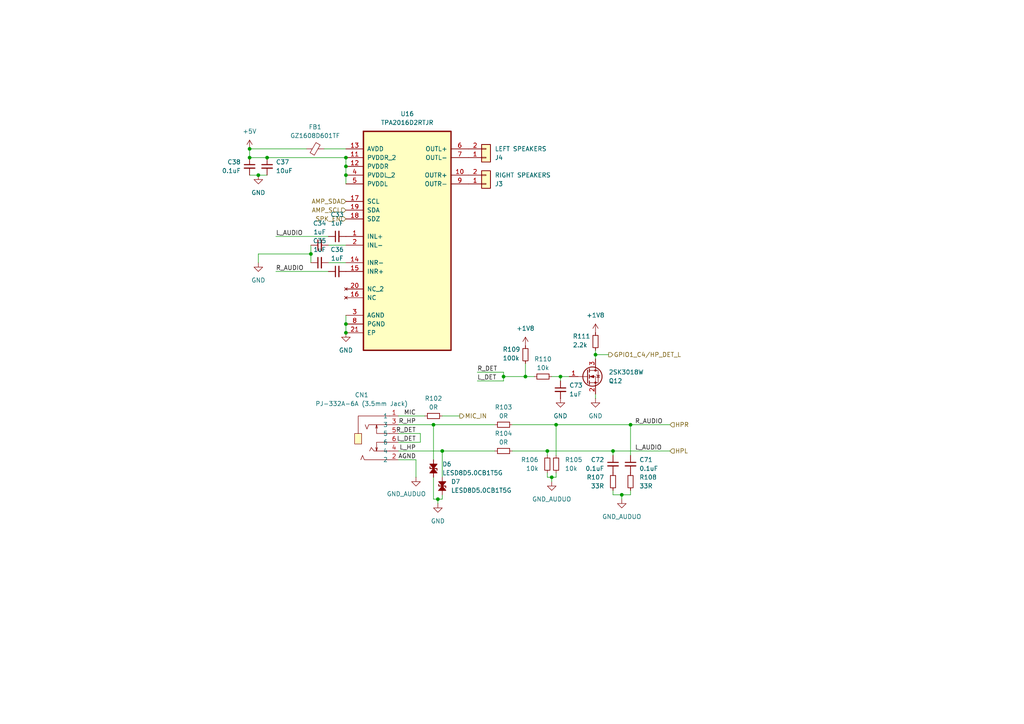
<source format=kicad_sch>
(kicad_sch (version 20240417) (generator "eeschema") (generator_version "8.99")
  (paper "A4")
  (title_block (title "anyon e") (date "2024-09-15") (rev "V0.3") (company "Byran Huang") (comment 4 "Proof of concept board for feature verification"))
  (lib_symbols
    (symbol "Connector_Generic:Conn_01x02" (pin_names (offset 1.016) hide)
      (property "Reference" "J" (at 0 2.54 0))
      (property "Value" "Conn_01x02" (at 0 -5.08 0))
      (symbol "Conn_01x02_1_1"
        (rectangle (start -1.27 1.27) (end 1.27 -3.81) (stroke (width 0.254)) (fill (type background)))
        (rectangle (start -1.27 0.127) (end 0 -0.127) (stroke (width 0.1524)))
        (rectangle (start -1.27 -2.413) (end 0 -2.667) (stroke (width 0.1524)))
        (pin passive line (at -5.08 0 0) (length 3.81) (name "Pin_1") (number "1"))
        (pin passive line (at -5.08 -2.54 0) (length 3.81) (name "Pin_2") (number "2"))
      )
    )
    (symbol "Device:C_Small" (pin_numbers hide) (pin_names (offset 0.254) hide)
      (property "Reference" "C" (at 0.254 1.778 0))
      (property "Value" "C_Small" (at 0.254 -2.032 0))
      (symbol "C_Small_0_1"
        (polyline (pts (xy -1.524 0.508) (xy 1.524 0.508)) (stroke (width 0.3048)))
        (polyline (pts (xy -1.524 -0.508) (xy 1.524 -0.508)) (stroke (width 0.3302)))
      )
      (symbol "C_Small_1_1"
        (pin passive line (at 0 2.54 270) (length 2.032) (name "~") (number "1"))
        (pin passive line (at 0 -2.54 90) (length 2.032) (name "~") (number "2"))
      )
    )
    (symbol "Device:D_TVS_Small_Filled" (pin_numbers hide) (pin_names (offset 1.016) hide)
      (property "Reference" "D" (at 0 2.54 0))
      (property "Value" "D_TVS_Small_Filled" (at 0 -2.54 0))
      (symbol "D_TVS_Small_Filled_0_1"
        (polyline (pts (xy -1.27 0) (xy 1.27 0)))
        (polyline (pts (xy 0.508 1.016) (xy 0 1.016) (xy 0 -1.016) (xy -0.508 -1.016)) (stroke (width 0.254)))
      )
      (symbol "D_TVS_Small_Filled_1_1"
        (polyline (pts (xy -1.27 1.016) (xy -1.27 -1.016) (xy 0 0) (xy -1.27 1.016)) (stroke (width 0.254)) (fill (type outline)))
        (polyline (pts (xy 0 0) (xy 1.27 1.016) (xy 1.27 -1.016) (xy 0 0)) (stroke (width 0.254)) (fill (type outline)))
        (pin passive line (at -2.54 0 0) (length 1.27) (name "A1") (number "1"))
        (pin passive line (at 2.54 0 180) (length 1.27) (name "A2") (number "2"))
      )
    )
    (symbol "Device:FerriteBead_Small" (pin_numbers hide) (pin_names (offset 0))
      (property "Reference" "FB" (at 1.905 1.27 0))
      (property "Value" "FerriteBead_Small" (at 1.905 -1.27 0))
      (symbol "FerriteBead_Small_0_1"
        (polyline (pts (xy -1.8288 0.2794) (xy -1.1176 1.4986) (xy 1.8288 -0.2032) (xy 1.1176 -1.4224) (xy -1.8288 0.2794)))
        (polyline (pts (xy 0 0.889) (xy 0 1.2954)))
        (polyline (pts (xy 0 -1.27) (xy 0 -0.7874)))
      )
      (symbol "FerriteBead_Small_1_1"
        (pin passive line (at 0 2.54 270) (length 1.27) (name "~") (number "1"))
        (pin passive line (at 0 -2.54 90) (length 1.27) (name "~") (number "2"))
      )
    )
    (symbol "Device:R_Small" (pin_numbers hide) (pin_names (offset 0.254) hide)
      (property "Reference" "R" (at 0.762 0.508 0))
      (property "Value" "R_Small" (at 0.762 -1.016 0))
      (symbol "R_Small_0_1"
        (rectangle (start -0.762 1.778) (end 0.762 -1.778) (stroke (width 0.2032)))
      )
      (symbol "R_Small_1_1"
        (pin passive line (at 0 2.54 270) (length 0.762) (name "~") (number "1"))
        (pin passive line (at 0 -2.54 90) (length 0.762) (name "~") (number "2"))
      )
    )
    (symbol "Headphone_Jack:PJ-332A-6A"
      (property "Reference" "CN" (at 0 12.7 0))
      (property "Value" "PJ-332A-6A" (at 0 -10.16 0))
      (symbol "PJ-332A-6A_0_1"
        (rectangle (start -10.16 2.54) (end -8.13 -0.51) (fill (type background)))
        (polyline (pts (xy -3.81 5.08) (xy -3.56 4.06)))
        (polyline (pts (xy -3.81 -2.54) (xy -4.06 -1.52)))
        (polyline (pts (xy 0 7.62) (xy -9.14 7.62) (xy -9.14 2.54)))
        (polyline (pts (xy 0 5.08) (xy -6.1 5.08) (xy -6.6 3.81) (xy -7.11 5.08)))
        (polyline (pts (xy 0 2.54) (xy -3.81 2.54) (xy -3.81 5.08) (xy -4.06 4.06)))
        (polyline (pts (xy 0 0) (xy -3.81 0) (xy -3.81 -2.54) (xy -3.56 -1.52)))
        (polyline (pts (xy 0 -2.54) (xy -4.57 -2.54) (xy -5.33 -1.52) (xy -5.84 -2.54)))
        (polyline (pts (xy 0 -5.08) (xy -7.37 -5.08) (xy -7.87 -3.81) (xy -8.38 -5.08)))
        (pin unspecified line (at 2.54 7.62 180) (length 2.54) (name "1") (number "1"))
        (pin unspecified line (at 2.54 -5.08 180) (length 2.54) (name "2") (number "2"))
        (pin unspecified line (at 2.54 5.08 180) (length 2.54) (name "3") (number "3"))
        (pin unspecified line (at 2.54 -2.54 180) (length 2.54) (name "4") (number "4"))
        (pin unspecified line (at 2.54 2.54 180) (length 2.54) (name "5") (number "5"))
        (pin unspecified line (at 2.54 0 180) (length 2.54) (name "6") (number "6"))
      )
    )
    (symbol "TPS2016:TPA2016D2RTJR" (pin_names (offset 1.016))
      (property "Reference" "U" (at -5.539 30.6422 0))
      (property "Value" "TPA2016D2RTJR" (at -4.4731 -39.6988 0))
      (symbol "TPA2016D2RTJR_0_0"
        (rectangle (start -12.7 -35.56) (end 12.7 27.94) (stroke (width 0.4064)) (fill (type background)))
        (pin input line (at -17.78 -2.54 0) (length 5.08) (name "INL+") (number "1"))
        (pin output line (at 17.78 15.24 180) (length 5.08) (name "OUTR+") (number "10"))
        (pin power_in line (at -17.78 20.32 0) (length 5.08) (name "PVDDR_2") (number "11"))
        (pin power_in line (at -17.78 17.78 0) (length 5.08) (name "PVDDR") (number "12"))
        (pin power_in line (at -17.78 22.86 0) (length 5.08) (name "AVDD") (number "13"))
        (pin input line (at -17.78 -10.16 0) (length 5.08) (name "INR-") (number "14"))
        (pin input line (at -17.78 -12.7 0) (length 5.08) (name "INR+") (number "15"))
        (pin no_connect line (at -17.78 -20.32 0) (length 5.08) (name "NC") (number "16"))
        (pin input line (at -17.78 7.62 0) (length 5.08) (name "SCL") (number "17"))
        (pin input line (at -17.78 2.54 0) (length 5.08) (name "SDZ") (number "18"))
        (pin bidirectional line (at -17.78 5.08 0) (length 5.08) (name "SDA") (number "19"))
        (pin input line (at -17.78 -5.08 0) (length 5.08) (name "INL-") (number "2"))
        (pin no_connect line (at -17.78 -17.78 0) (length 5.08) (name "NC_2") (number "20"))
        (pin passive line (at -17.78 -30.48 0) (length 5.08) (name "EP") (number "21"))
        (pin passive line (at -17.78 -25.4 0) (length 5.08) (name "AGND") (number "3"))
        (pin power_in line (at -17.78 15.24 0) (length 5.08) (name "PVDDL_2") (number "4"))
        (pin power_in line (at -17.78 12.7 0) (length 5.08) (name "PVDDL") (number "5"))
        (pin output line (at 17.78 22.86 180) (length 5.08) (name "OUTL+") (number "6"))
        (pin output line (at 17.78 20.32 180) (length 5.08) (name "OUTL-") (number "7"))
        (pin passive line (at -17.78 -27.94 0) (length 5.08) (name "PGND") (number "8"))
        (pin output line (at 17.78 12.7 180) (length 5.08) (name "OUTR-") (number "9"))
      )
    )
    (symbol "Transistor_FET:BSS214NW" (pin_names hide)
      (property "Reference" "Q" (at 5.08 1.905 0))
      (property "Value" "BSS214NW" (at 5.08 0 0))
      (symbol "BSS214NW_0_1"
        (polyline (pts (xy 0.254 1.905) (xy 0.254 -1.905)) (stroke (width 0.254)))
        (polyline (pts (xy 0.254 0) (xy -2.54 0)))
        (polyline (pts (xy 0.762 2.286) (xy 0.762 1.27)) (stroke (width 0.254)))
        (polyline (pts (xy 0.762 0.508) (xy 0.762 -0.508)) (stroke (width 0.254)))
        (polyline (pts (xy 0.762 -1.27) (xy 0.762 -2.286)) (stroke (width 0.254)))
        (polyline (pts (xy 0.762 -1.778) (xy 3.302 -1.778) (xy 3.302 1.778) (xy 0.762 1.778)))
        (polyline (pts (xy 1.016 0) (xy 2.032 0.381) (xy 2.032 -0.381) (xy 1.016 0)) (fill (type outline)))
        (circle (center 1.651 0) (radius 2.794) (stroke (width 0.254)))
        (polyline (pts (xy 2.54 2.54) (xy 2.54 1.778)))
        (circle (center 2.54 1.778) (radius 0.254) (fill (type outline)))
        (circle (center 2.54 -1.778) (radius 0.254) (fill (type outline)))
        (polyline (pts (xy 2.54 -2.54) (xy 2.54 0) (xy 0.762 0)))
        (polyline (pts (xy 2.794 0.508) (xy 2.921 0.381) (xy 3.683 0.381) (xy 3.81 0.254)))
        (polyline (pts (xy 3.302 0.381) (xy 2.921 -0.254) (xy 3.683 -0.254) (xy 3.302 0.381)))
      )
      (symbol "BSS214NW_1_1"
        (pin input line (at -5.08 0 0) (length 2.54) (name "G") (number "1"))
        (pin passive line (at 2.54 -5.08 90) (length 2.54) (name "S") (number "2"))
        (pin passive line (at 2.54 5.08 270) (length 2.54) (name "D") (number "3"))
      )
    )
    (symbol "power:+1V8" (power) (pin_numbers hide) (pin_names (offset 0) hide)
      (property "Value" "+1V8" (at 0 3.556 0))
      (symbol "+1V8_0_1"
        (polyline (pts (xy -0.762 1.27) (xy 0 2.54)))
        (polyline (pts (xy 0 2.54) (xy 0.762 1.27)))
        (polyline (pts (xy 0 0) (xy 0 2.54)))
      )
      (symbol "+1V8_1_1"
        (pin power_in line (at 0 0 90) (length 0) (name "~") (number "1"))
      )
    )
    (symbol "power:+5V" (power) (pin_numbers hide) (pin_names (offset 0) hide)
      (property "Value" "+5V" (at 0 3.556 0))
      (symbol "+5V_0_1"
        (polyline (pts (xy -0.762 1.27) (xy 0 2.54)))
        (polyline (pts (xy 0 2.54) (xy 0.762 1.27)))
        (polyline (pts (xy 0 0) (xy 0 2.54)))
      )
      (symbol "+5V_1_1"
        (pin power_in line (at 0 0 90) (length 0) (name "~") (number "1"))
      )
    )
    (symbol "power:GND" (power) (pin_numbers hide) (pin_names (offset 0) hide)
      (property "Value" "GND" (at 0 -3.81 0))
      (symbol "GND_0_1"
        (polyline (pts (xy 0 0) (xy 0 -1.27) (xy 1.27 -1.27) (xy 0 -2.54) (xy -1.27 -1.27) (xy 0 -1.27)))
      )
      (symbol "GND_1_1"
        (pin power_in line (at 0 0 270) (length 0) (name "~") (number "1"))
      )
    )
  )
  (junction (at 77.47 45.72))
  (junction (at 128.27 130.81))
  (junction (at 180.34 143.51))
  (junction (at 152.4 109.22))
  (junction (at 158.75 130.81))
  (junction (at 74.93 50.8))
  (junction (at 162.56 109.22))
  (junction (at 146.05 109.22))
  (junction (at 172.72 102.87))
  (junction (at 100.33 93.98))
  (junction (at 72.39 43.18))
  (junction (at 127 144.78))
  (junction (at 100.33 50.8))
  (junction (at 100.33 96.52))
  (junction (at 125.73 123.19))
  (junction (at 100.33 45.72))
  (junction (at 160.02 138.43))
  (junction (at 177.8 130.81))
  (junction (at 182.88 123.19))
  (junction (at 100.33 48.26))
  (junction (at 90.17 73.66))
  (junction (at 161.29 123.19))
  (junction (at 72.39 45.72))
  (wire (pts (xy 128.27 130.81) (xy 128.27 138.43)))
  (wire (pts (xy 90.17 73.66) (xy 90.17 76.2)))
  (wire (pts (xy 161.29 123.19) (xy 161.29 132.08)))
  (wire (pts (xy 180.34 143.51) (xy 182.88 143.51)))
  (wire (pts (xy 152.4 109.22) (xy 146.05 109.22)))
  (wire (pts (xy 128.27 144.78) (xy 128.27 143.51)))
  (wire (pts (xy 125.73 123.19) (xy 125.73 133.35)))
  (wire (pts (xy 172.72 102.87) (xy 172.72 104.14)))
  (wire (pts (xy 146.05 109.22) (xy 146.05 110.49)))
  (wire (pts (xy 152.4 105.41) (xy 152.4 109.22)))
  (wire (pts (xy 158.75 138.43) (xy 160.02 138.43)))
  (wire (pts (xy 158.75 130.81) (xy 158.75 132.08)))
  (wire (pts (xy 177.8 130.81) (xy 194.31 130.81)))
  (wire (pts (xy 154.94 109.22) (xy 152.4 109.22)))
  (wire (pts (xy 162.56 109.22) (xy 165.1 109.22)))
  (wire (pts (xy 128.27 130.81) (xy 143.51 130.81)))
  (wire (pts (xy 125.73 138.43) (xy 125.73 144.78)))
  (wire (pts (xy 177.8 130.81) (xy 177.8 132.08)))
  (wire (pts (xy 100.33 91.44) (xy 100.33 93.98)))
  (wire (pts (xy 100.33 45.72) (xy 100.33 48.26)))
  (wire (pts (xy 115.57 123.19) (xy 125.73 123.19)))
  (wire (pts (xy 177.8 143.51) (xy 180.34 143.51)))
  (wire (pts (xy 160.02 109.22) (xy 162.56 109.22)))
  (wire (pts (xy 182.88 123.19) (xy 194.31 123.19)))
  (wire (pts (xy 95.25 76.2) (xy 100.33 76.2)))
  (wire (pts (xy 127 144.78) (xy 128.27 144.78)))
  (wire (pts (xy 115.57 130.81) (xy 128.27 130.81)))
  (wire (pts (xy 72.39 50.8) (xy 74.93 50.8)))
  (wire (pts (xy 177.8 142.24) (xy 177.8 143.51)))
  (wire (pts (xy 180.34 143.51) (xy 180.34 144.78)))
  (wire (pts (xy 100.33 93.98) (xy 100.33 96.52)))
  (wire (pts (xy 120.65 133.35) (xy 120.65 138.43)))
  (wire (pts (xy 88.9 43.18) (xy 72.39 43.18)))
  (wire (pts (xy 74.93 76.2) (xy 74.93 73.66)))
  (wire (pts (xy 100.33 50.8) (xy 100.33 53.34)))
  (wire (pts (xy 138.43 107.95) (xy 146.05 107.95)))
  (wire (pts (xy 74.93 73.66) (xy 90.17 73.66)))
  (wire (pts (xy 100.33 48.26) (xy 100.33 50.8)))
  (wire (pts (xy 158.75 130.81) (xy 177.8 130.81)))
  (wire (pts (xy 72.39 45.72) (xy 77.47 45.72)))
  (wire (pts (xy 146.05 107.95) (xy 146.05 109.22)))
  (wire (pts (xy 80.01 68.58) (xy 95.25 68.58)))
  (wire (pts (xy 95.25 71.12) (xy 100.33 71.12)))
  (wire (pts (xy 146.05 110.49) (xy 138.43 110.49)))
  (wire (pts (xy 182.88 143.51) (xy 182.88 142.24)))
  (wire (pts (xy 115.57 120.65) (xy 123.19 120.65)))
  (wire (pts (xy 125.73 123.19) (xy 143.51 123.19)))
  (wire (pts (xy 182.88 123.19) (xy 182.88 132.08)))
  (wire (pts (xy 77.47 45.72) (xy 100.33 45.72)))
  (wire (pts (xy 100.33 43.18) (xy 93.98 43.18)))
  (wire (pts (xy 160.02 139.7) (xy 160.02 138.43)))
  (wire (pts (xy 160.02 138.43) (xy 161.29 138.43)))
  (wire (pts (xy 80.01 78.74) (xy 95.25 78.74)))
  (wire (pts (xy 172.72 115.57) (xy 172.72 114.3)))
  (wire (pts (xy 158.75 138.43) (xy 158.75 137.16)))
  (wire (pts (xy 161.29 123.19) (xy 182.88 123.19)))
  (wire (pts (xy 148.59 130.81) (xy 158.75 130.81)))
  (wire (pts (xy 162.56 109.22) (xy 162.56 110.49)))
  (wire (pts (xy 115.57 128.27) (xy 121.92 128.27)))
  (wire (pts (xy 172.72 101.6) (xy 172.72 102.87)))
  (wire (pts (xy 121.92 125.73) (xy 121.92 128.27)))
  (wire (pts (xy 127 146.05) (xy 127 144.78)))
  (wire (pts (xy 90.17 71.12) (xy 90.17 73.66)))
  (wire (pts (xy 115.57 133.35) (xy 120.65 133.35)))
  (wire (pts (xy 125.73 144.78) (xy 127 144.78)))
  (wire (pts (xy 172.72 102.87) (xy 176.53 102.87)))
  (wire (pts (xy 72.39 43.18) (xy 72.39 45.72)))
  (wire (pts (xy 115.57 125.73) (xy 121.92 125.73)))
  (wire (pts (xy 128.27 120.65) (xy 133.35 120.65)))
  (wire (pts (xy 161.29 138.43) (xy 161.29 137.16)))
  (wire (pts (xy 148.59 123.19) (xy 161.29 123.19)))
  (wire (pts (xy 74.93 50.8) (xy 77.47 50.8)))
  (label "MIC" (at 120.65 120.65 180))
  (label "R_HP" (at 120.65 123.19 180))
  (label "R_DET" (at 120.65 125.73 180))
  (label "R_AUDIO" (at 80.01 78.74 0))
  (label "L_HP" (at 120.65 130.81 180))
  (label "AGND" (at 120.65 133.35 180))
  (label "L_AUDIO" (at 80.01 68.58 0))
  (label "L_AUDIO" (at 184.15 130.81 0))
  (label "L_DET" (at 120.65 128.27 180))
  (label "R_AUDIO" (at 184.15 123.19 0))
  (label "L_DET" (at 138.43 110.49 0))
  (label "R_DET" (at 138.43 107.95 0))
  (hierarchical_label "MIC_IN" (shape output) (at 133.35 120.65 0))
  (hierarchical_label "GPIO1_C4{slash}HP_DET_L" (shape output) (at 176.53 102.87 0))
  (hierarchical_label "AMP_SCL" (shape input) (at 100.33 60.96 180))
  (hierarchical_label "HPR" (shape input) (at 194.31 123.19 0))
  (hierarchical_label "SPK_EN" (shape input) (at 100.33 63.5 180))
  (hierarchical_label "AMP_SDA" (shape input) (at 100.33 58.42 180))
  (hierarchical_label "HPL" (shape input) (at 194.31 130.81 0))
  (symbol (lib_id "power:GND") (at 162.56 115.57 0) (unit 1)
    (property "Reference" "#PWR0120" (effects (hide yes)))
    (property "Value" "GND" (at 162.56 120.65 0))
    (property "Description" "Power symbol creates a global label with name \"GND\" , ground" (effects (hide yes)))
  )
  (symbol (lib_id "Device:C_Small") (at 92.71 76.2 90) (unit 1)
    (property "Reference" "C35" (at 92.7163 69.85 90))
    (property "Value" "1uF" (at 92.7163 72.39 90))
    (property "Footprint" "Capacitor_SMD:C_0402_1005Metric" (effects (hide yes)))
    (property "Description" "Unpolarized capacitor, small symbol" (effects (hide yes)))
  )
  (symbol (lib_id "Connector_Generic:Conn_01x02") (at 140.97 53.34 0) (mirror x) (unit 1)
    (property "Reference" "J3" (at 143.51 53.3401 0) (effects (justify left)))
    (property "Value" "RIGHT SPEAKERS" (at 143.51 50.8001 0) (effects (justify left)))
    (property "Footprint" "Connector_PinHeader_2.54mm:PinHeader_1x02_P2.54mm_Vertical" (effects (hide yes)))
    (property "Description" "Generic connector, single row, 01x02, script generated (kicad-library-utils/schlib/autogen/connector/)" (effects (hide yes)))
  )
  (symbol (lib_id "Device:R_Small") (at 177.8 139.7 180) (unit 1)
    (property "Reference" "R107" (at 175.26 138.4299 0) (effects (justify left)))
    (property "Value" "33R" (at 175.26 140.9699 0) (effects (justify left)))
    (property "Footprint" "Resistor_SMD:R_0402_1005Metric" (effects (hide yes)))
    (property "Description" "Resistor, small symbol" (effects (hide yes)))
  )
  (symbol (lib_id "TPS2016:TPA2016D2RTJR") (at 118.11 66.04 0) (unit 1)
    (property "Reference" "U16" (at 118.11 33.02 0))
    (property "Value" "TPA2016D2RTJR" (at 118.11 35.56 0))
    (property "Footprint" "TPA2016D2RTJR:QFN50P400X400X80-21N" (effects (hide yes)))
    (property "MF" "Texas Instruments" (effects (hide yes)))
    (property "Description_1" "\n2.8-W, stereo, analog input Class-D audio amp with auto. gain control & dynamic range compression\n" (effects (hide yes)))
    (property "PACKAGE" "QFN-20" (effects (hide yes)))
    (property "MPN" "TPA2016D2RTJR" (effects (hide yes)))
    (property "Price" "None" (effects (hide yes)))
    (property "Package" "WQFN-20 Texas Instruments" (effects (hide yes)))
    (property "OC_FARNELL" "-" (effects (hide yes)))
    (property "SnapEDA_Link" "https://www.snapeda.com/parts/TPA2016D2RTJR/Texas+Instruments/view-part/?ref=snap" (effects (hide yes)))
    (property "MP" "TPA2016D2RTJR" (effects (hide yes)))
    (property "SUPPLIER" "Texas Instrument" (effects (hide yes)))
    (property "OC_NEWARK" "50R8080" (effects (hide yes)))
    (property "Availability" "In Stock" (effects (hide yes)))
    (property "Check_prices" "https://www.snapeda.com/parts/TPA2016D2RTJR/Texas+Instruments/view-part/?ref=eda" (effects (hide yes)))
  )
  (symbol (lib_id "Device:FerriteBead_Small") (at 91.44 43.18 90) (unit 1)
    (property "Reference" "FB1" (at 91.4019 36.83 90))
    (property "Value" "GZ1608D601TF" (at 91.4019 39.37 90))
    (property "Footprint" "Inductor_SMD:L_0603_1608Metric" (effects (hide yes)))
    (property "Description" "Ferrite bead, small symbol" (effects (hide yes)))
  )
  (symbol (lib_id "Device:C_Small") (at 92.71 71.12 90) (unit 1)
    (property "Reference" "C34" (at 92.7163 64.77 90))
    (property "Value" "1uF" (at 92.7163 67.31 90))
    (property "Footprint" "Capacitor_SMD:C_0402_1005Metric" (effects (hide yes)))
    (property "Description" "Unpolarized capacitor, small symbol" (effects (hide yes)))
  )
  (symbol (lib_id "power:+5V") (at 72.39 43.18 0) (unit 1)
    (property "Reference" "#PWR0112" (effects (hide yes)))
    (property "Value" "+5V" (at 72.39 38.1 0))
    (property "Description" "Power symbol creates a global label with name \"+5V\"" (effects (hide yes)))
  )
  (symbol (lib_id "Transistor_FET:BSS214NW") (at 170.18 109.22 0) (unit 1)
    (property "Reference" "Q12" (at 176.53 110.4901 0) (effects (justify left)))
    (property "Value" "2SK3018W" (at 176.53 107.9501 0) (effects (justify left)))
    (property "Footprint" "Package_TO_SOT_SMD:SOT-323_SC-70" (effects (hide yes)))
    (property "Datasheet" "https://www.infineon.com/dgdl/Infineon-BSS214NW-DS-v02_02-en.pdf?fileId=db3a30431b3e89eb011b695aebc01bde" (effects (hide yes)))
    (property "Description" "20V Vds, 1.5A Id, N-Channel MOSFET, SOT-323" (effects (hide yes)))
  )
  (symbol (lib_id "power:GND") (at 172.72 115.57 0) (unit 1)
    (property "Reference" "#PWR0122" (effects (hide yes)))
    (property "Value" "GND" (at 172.72 120.65 0))
    (property "Description" "Power symbol creates a global label with name \"GND\" , ground" (effects (hide yes)))
  )
  (symbol (lib_id "Device:R_Small") (at 161.29 134.62 180) (unit 1)
    (property "Reference" "R105" (at 163.83 133.3499 0) (effects (justify right)))
    (property "Value" "10k" (at 163.83 135.8899 0) (effects (justify right)))
    (property "Footprint" "Resistor_SMD:R_0402_1005Metric" (effects (hide yes)))
    (property "Description" "Resistor, small symbol" (effects (hide yes)))
  )
  (symbol (lib_id "Device:R_Small") (at 172.72 99.06 180) (unit 1)
    (property "Reference" "R111" (at 166.116 97.536 0) (effects (justify right)))
    (property "Value" "2.2k" (at 166.116 100.076 0) (effects (justify right)))
    (property "Footprint" "Resistor_SMD:R_0402_1005Metric" (effects (hide yes)))
    (property "Description" "Resistor, small symbol" (effects (hide yes)))
  )
  (symbol (lib_id "Device:R_Small") (at 158.75 134.62 180) (unit 1)
    (property "Reference" "R106" (at 156.21 133.3499 0) (effects (justify left)))
    (property "Value" "10k" (at 156.21 135.8899 0) (effects (justify left)))
    (property "Footprint" "Resistor_SMD:R_0402_1005Metric" (effects (hide yes)))
    (property "Description" "Resistor, small symbol" (effects (hide yes)))
  )
  (symbol (lib_id "Device:R_Small") (at 182.88 139.7 180) (unit 1)
    (property "Reference" "R108" (at 185.42 138.4299 0) (effects (justify right)))
    (property "Value" "33R" (at 185.42 140.9699 0) (effects (justify right)))
    (property "Footprint" "Resistor_SMD:R_0402_1005Metric" (effects (hide yes)))
    (property "Description" "Resistor, small symbol" (effects (hide yes)))
  )
  (symbol (lib_id "Device:R_Small") (at 157.48 109.22 270) (unit 1)
    (property "Reference" "R110" (at 157.48 104.14 90))
    (property "Value" "10k" (at 157.48 106.68 90))
    (property "Footprint" "Resistor_SMD:R_0402_1005Metric" (effects (hide yes)))
    (property "Description" "Resistor, small symbol" (effects (hide yes)))
  )
  (symbol (lib_id "Device:D_TVS_Small_Filled") (at 125.73 135.89 90) (unit 1)
    (property "Reference" "D6" (at 128.27 134.6199 90) (effects (justify right)))
    (property "Value" "LESD8D5.0CB1T5G" (at 128.27 137.1599 90) (effects (justify right)))
    (property "Footprint" "Diode_SMD:D_SOD-882" (effects (hide yes)))
    (property "Description" "Bidirectional transient-voltage-suppression diode, small symbol, filled shape" (effects (hide yes)))
  )
  (symbol (lib_id "power:GND") (at 120.65 138.43 0) (unit 1)
    (property "Reference" "#PWR0119" (effects (hide yes)))
    (property "Value" "GND_AUDUO" (at 117.856 143.256 0))
    (property "Description" "Power symbol creates a global label with name \"GND\" , ground" (effects (hide yes)))
  )
  (symbol (lib_id "Device:R_Small") (at 146.05 123.19 90) (unit 1)
    (property "Reference" "R103" (at 146.05 118.11 90))
    (property "Value" "0R" (at 146.05 120.65 90))
    (property "Footprint" "Resistor_SMD:R_0402_1005Metric" (effects (hide yes)))
    (property "Description" "Resistor, small symbol" (effects (hide yes)))
  )
  (symbol (lib_id "power:+1V8") (at 172.72 96.52 0) (unit 1)
    (property "Reference" "#PWR0121" (effects (hide yes)))
    (property "Value" "+1V8" (at 172.72 91.44 0))
    (property "Description" "Power symbol creates a global label with name \"+1V8\"" (effects (hide yes)))
  )
  (symbol (lib_id "Device:R_Small") (at 152.4 102.87 180) (unit 1)
    (property "Reference" "R109" (at 145.796 101.346 0) (effects (justify right)))
    (property "Value" "100k" (at 145.796 103.886 0) (effects (justify right)))
    (property "Footprint" "Resistor_SMD:R_0402_1005Metric" (effects (hide yes)))
    (property "Description" "Resistor, small symbol" (effects (hide yes)))
  )
  (symbol (lib_id "Device:C_Small") (at 97.79 68.58 90) (unit 1)
    (property "Reference" "C33" (at 97.7963 62.23 90))
    (property "Value" "1uF" (at 97.7963 64.77 90))
    (property "Footprint" "Capacitor_SMD:C_0402_1005Metric" (effects (hide yes)))
    (property "Description" "Unpolarized capacitor, small symbol" (effects (hide yes)))
  )
  (symbol (lib_id "Connector_Generic:Conn_01x02") (at 140.97 45.72 0) (mirror x) (unit 1)
    (property "Reference" "J4" (at 143.51 45.7201 0) (effects (justify left)))
    (property "Value" "LEFT SPEAKERS" (at 143.51 43.1801 0) (effects (justify left)))
    (property "Footprint" "Connector_PinHeader_2.54mm:PinHeader_1x02_P2.54mm_Vertical" (effects (hide yes)))
    (property "Description" "Generic connector, single row, 01x02, script generated (kicad-library-utils/schlib/autogen/connector/)" (effects (hide yes)))
  )
  (symbol (lib_id "Device:C_Small") (at 72.39 48.26 0) (unit 1)
    (property "Reference" "C38" (at 69.85 46.9962 0) (effects (justify right)))
    (property "Value" "0.1uF" (at 69.85 49.5362 0) (effects (justify right)))
    (property "Footprint" "Capacitor_SMD:C_0402_1005Metric" (effects (hide yes)))
    (property "Description" "Unpolarized capacitor, small symbol" (effects (hide yes)))
  )
  (symbol (lib_id "Device:D_TVS_Small_Filled") (at 128.27 140.97 90) (unit 1)
    (property "Reference" "D7" (at 130.81 139.6999 90) (effects (justify right)))
    (property "Value" "LESD8D5.0CB1T5G" (at 130.81 142.2399 90) (effects (justify right)))
    (property "Footprint" "Diode_SMD:D_SOD-882" (effects (hide yes)))
    (property "Description" "Bidirectional transient-voltage-suppression diode, small symbol, filled shape" (effects (hide yes)))
  )
  (symbol (lib_id "power:GND") (at 127 146.05 0) (unit 1)
    (property "Reference" "#PWR0115" (effects (hide yes)))
    (property "Value" "GND" (at 127 151.13 0))
    (property "Description" "Power symbol creates a global label with name \"GND\" , ground" (effects (hide yes)))
  )
  (symbol (lib_id "power:GND") (at 180.34 144.78 0) (unit 1)
    (property "Reference" "#PWR0117" (effects (hide yes)))
    (property "Value" "GND_AUDUO" (at 180.34 149.86 0))
    (property "Description" "Power symbol creates a global label with name \"GND\" , ground" (effects (hide yes)))
  )
  (symbol (lib_id "Device:C_Small") (at 177.8 134.62 0) (unit 1)
    (property "Reference" "C72" (at 175.26 133.3562 0) (effects (justify right)))
    (property "Value" "0.1uF" (at 175.26 135.8962 0) (effects (justify right)))
    (property "Footprint" "Capacitor_SMD:C_0402_1005Metric" (effects (hide yes)))
    (property "Description" "Unpolarized capacitor, small symbol" (effects (hide yes)))
  )
  (symbol (lib_id "Device:R_Small") (at 146.05 130.81 90) (unit 1)
    (property "Reference" "R104" (at 146.05 125.73 90))
    (property "Value" "0R" (at 146.05 128.27 90))
    (property "Footprint" "Resistor_SMD:R_0402_1005Metric" (effects (hide yes)))
    (property "Description" "Resistor, small symbol" (effects (hide yes)))
  )
  (symbol (lib_id "Device:R_Small") (at 125.73 120.65 90) (unit 1)
    (property "Reference" "R102" (at 125.73 115.57 90))
    (property "Value" "0R" (at 125.73 118.11 90))
    (property "Footprint" "Resistor_SMD:R_0402_1005Metric" (effects (hide yes)))
    (property "Description" "Resistor, small symbol" (effects (hide yes)))
  )
  (symbol (lib_id "power:GND") (at 100.33 96.52 0) (unit 1)
    (property "Reference" "#PWR0113" (effects (hide yes)))
    (property "Value" "GND" (at 100.33 101.6 0))
    (property "Description" "Power symbol creates a global label with name \"GND\" , ground" (effects (hide yes)))
  )
  (symbol (lib_id "power:GND") (at 74.93 50.8 0) (unit 1)
    (property "Reference" "#PWR076" (effects (hide yes)))
    (property "Value" "GND" (at 74.93 55.88 0))
    (property "Description" "Power symbol creates a global label with name \"GND\" , ground" (effects (hide yes)))
  )
  (symbol (lib_id "Device:C_Small") (at 97.79 78.74 90) (unit 1)
    (property "Reference" "C36" (at 97.7963 72.39 90))
    (property "Value" "1uF" (at 97.7963 74.93 90))
    (property "Footprint" "Capacitor_SMD:C_0402_1005Metric" (effects (hide yes)))
    (property "Description" "Unpolarized capacitor, small symbol" (effects (hide yes)))
  )
  (symbol (lib_id "Device:C_Small") (at 182.88 134.62 0) (unit 1)
    (property "Reference" "C71" (at 185.42 133.3562 0) (effects (justify left)))
    (property "Value" "0.1uF" (at 185.42 135.8962 0) (effects (justify left)))
    (property "Footprint" "Capacitor_SMD:C_0402_1005Metric" (effects (hide yes)))
    (property "Description" "Unpolarized capacitor, small symbol" (effects (hide yes)))
  )
  (symbol (lib_id "power:+1V8") (at 152.4 100.33 0) (unit 1)
    (property "Reference" "#PWR0118" (effects (hide yes)))
    (property "Value" "+1V8" (at 152.4 95.25 0))
    (property "Description" "Power symbol creates a global label with name \"+1V8\"" (effects (hide yes)))
  )
  (symbol (lib_id "Headphone_Jack:PJ-332A-6A") (at 113.03 128.27 0) (unit 1)
    (property "Reference" "CN1" (at 104.902 114.554 0))
    (property "Value" "PJ-332A-6A (3.5mm Jack)" (at 104.902 117.094 0))
    (property "Footprint" "Headphone_Jack:AUDIO-SMD_PJ-332A-6A" (effects (hide yes)))
    (property "LCSC Part" "C2848643" (effects (hide yes)))
  )
  (symbol (lib_id "Device:C_Small") (at 77.47 48.26 0) (unit 1)
    (property "Reference" "C37" (at 80.01 46.9962 0) (effects (justify left)))
    (property "Value" "10uF" (at 80.01 49.5362 0) (effects (justify left)))
    (property "Footprint" "Capacitor_SMD:C_0603_1608Metric" (effects (hide yes)))
    (property "Description" "Unpolarized capacitor, small symbol" (effects (hide yes)))
  )
  (symbol (lib_id "power:GND") (at 160.02 139.7 0) (unit 1)
    (property "Reference" "#PWR0116" (effects (hide yes)))
    (property "Value" "GND_AUDUO" (at 160.02 144.78 0))
    (property "Description" "Power symbol creates a global label with name \"GND\" , ground" (effects (hide yes)))
  )
  (symbol (lib_id "Device:C_Small") (at 162.56 113.03 0) (unit 1)
    (property "Reference" "C73" (at 165.1 111.7662 0) (effects (justify left)))
    (property "Value" "1uF" (at 165.1 114.3062 0) (effects (justify left)))
    (property "Footprint" "Capacitor_SMD:C_0402_1005Metric" (effects (hide yes)))
    (property "Description" "Unpolarized capacitor, small symbol" (effects (hide yes)))
  )
  (symbol (lib_id "power:GND") (at 74.93 76.2 0) (unit 1)
    (property "Reference" "#PWR0139" (effects (hide yes)))
    (property "Value" "GND" (at 74.93 81.28 0))
    (property "Description" "Power symbol creates a global label with name \"GND\" , ground" (effects (hide yes)))
  )
)
</source>
